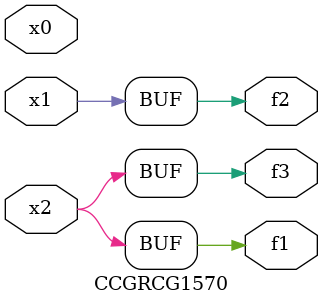
<source format=v>
module CCGRCG1570(
	input x0, x1, x2,
	output f1, f2, f3
);
	assign f1 = x2;
	assign f2 = x1;
	assign f3 = x2;
endmodule

</source>
